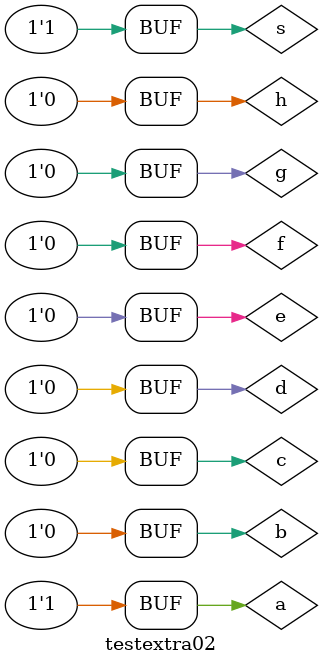
<source format=v>
module extra02 ( output s, input a, input b, input c, input d, input e, input f, input g, input h); 
 
endmodule //  
// --------------------- 
// -- test extra02 
// --------------------- 
module testextra02; 
// ------------------------- dados locais 

reg a,b,c,d,e,f,g,h; // definir registradores 
wire s; // definir conexao (fio)
 
// ------------------------- instancia 
or OR01(s,a,b,c,d,e,f,g,h);

initial begin:start
a=1; b=0; c=0; d=0; e=0; f=0; g=0; h=0; 
end

initial begin:main

$display("Extra02 - Jorge Luis dos Santos Leal - 417466"); 
$display("Porta se saída com 1 byte - retorno 1 "); 
$display("\na b c d e f g h = s\n"); 
$monitor("%b %b %b %b %b %b %b %b = %b", a, b, c, d, e, f, g, h, s);

end 
endmodule // testextra02



</source>
